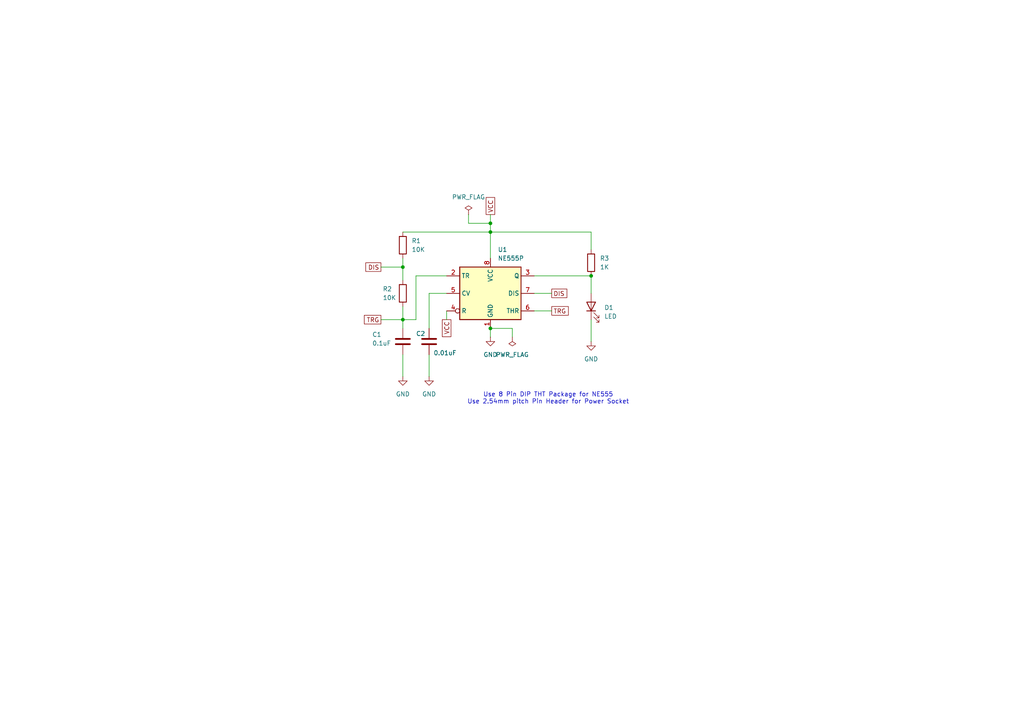
<source format=kicad_sch>
(kicad_sch (version 20250114) (generator "eeschema") (generator_version "9.0")
  (paper "A4")
  (lib_symbols
    (symbol "Device:C" (pin_numbers (hide yes)) (pin_names (offset 0.254))
      (property "Reference" "C" (at 0.635 2.54 0))
      (property "Value" "C" (at 0.635 -2.54 0))
      (symbol "C_0_1"
        (polyline (pts (xy -2.032 0.762) (xy 2.032 0.762)) (stroke (width 0.508)))
        (polyline (pts (xy -2.032 -0.762) (xy 2.032 -0.762)) (stroke (width 0.508)))
      )
      (symbol "C_1_1"
        (pin passive line (at 0 3.81 270) (length 2.794) (name "~") (number "1"))
        (pin passive line (at 0 -3.81 90) (length 2.794) (name "~") (number "2"))
      )
    )
    (symbol "Device:LED" (pin_numbers (hide yes)) (pin_names (offset 1.016) (hide yes))
      (property "Reference" "D" (at 0 2.54 0))
      (property "Value" "LED" (at 0 -2.54 0))
      (symbol "LED_0_1"
        (polyline (pts (xy -3.048 -0.762) (xy -4.572 -2.286) (xy -3.81 -2.286) (xy -4.572 -2.286) (xy -4.572 -1.524)))
        (polyline (pts (xy -1.778 -0.762) (xy -3.302 -2.286) (xy -2.54 -2.286) (xy -3.302 -2.286) (xy -3.302 -1.524)))
        (polyline (pts (xy -1.27 0) (xy 1.27 0)))
        (polyline (pts (xy -1.27 -1.27) (xy -1.27 1.27)) (stroke (width 0.254)))
        (polyline (pts (xy 1.27 -1.27) (xy 1.27 1.27) (xy -1.27 0) (xy 1.27 -1.27)) (stroke (width 0.254)))
      )
      (symbol "LED_1_1"
        (pin passive line (at -3.81 0 0) (length 2.54) (name "K") (number "1"))
        (pin passive line (at 3.81 0 180) (length 2.54) (name "A") (number "2"))
      )
    )
    (symbol "Device:R" (pin_numbers (hide yes)) (pin_names (offset 0))
      (property "Reference" "R" (at 2.032 0 90))
      (property "Value" "R" (at 0 0 90))
      (symbol "R_0_1"
        (rectangle (start -1.016 -2.54) (end 1.016 2.54) (stroke (width 0.254)))
      )
      (symbol "R_1_1"
        (pin passive line (at 0 3.81 270) (length 1.27) (name "~") (number "1"))
        (pin passive line (at 0 -3.81 90) (length 1.27) (name "~") (number "2"))
      )
    )
    (symbol "Timer:NE555P"
      (property "Reference" "U" (at -10.16 8.89 0))
      (property "Value" "NE555P" (at 2.54 8.89 0))
      (symbol "NE555P_0_0"
        (pin power_in line (at 0 10.16 270) (length 2.54) (name "VCC") (number "8"))
        (pin power_in line (at 0 -10.16 90) (length 2.54) (name "GND") (number "1"))
      )
      (symbol "NE555P_0_1"
        (rectangle (start -8.89 -7.62) (end 8.89 7.62) (stroke (width 0.254)) (fill (type background)))
        (rectangle (start -8.89 -7.62) (end 8.89 7.62) (stroke (width 0.254)) (fill (type background)))
      )
      (symbol "NE555P_1_1"
        (pin input line (at -12.7 5.08 0) (length 3.81) (name "TR") (number "2"))
        (pin input line (at -12.7 0 0) (length 3.81) (name "CV") (number "5"))
        (pin input inverted (at -12.7 -5.08 0) (length 3.81) (name "R") (number "4"))
        (pin output line (at 12.7 5.08 180) (length 3.81) (name "Q") (number "3"))
        (pin input line (at 12.7 0 180) (length 3.81) (name "DIS") (number "7"))
        (pin input line (at 12.7 -5.08 180) (length 3.81) (name "THR") (number "6"))
      )
    )
    (symbol "power:GND" (power) (pin_numbers (hide yes)) (pin_names (offset 0) (hide yes))
      (property "Value" "GND" (at 0 -3.81 0))
      (symbol "GND_0_1"
        (polyline (pts (xy 0 0) (xy 0 -1.27) (xy 1.27 -1.27) (xy 0 -2.54) (xy -1.27 -1.27) (xy 0 -1.27)))
      )
      (symbol "GND_1_1"
        (pin power_in line (at 0 0 270) (length 0) (name "~") (number "1"))
      )
    )
    (symbol "power:PWR_FLAG" (power) (pin_numbers (hide yes)) (pin_names (offset 0) (hide yes))
      (property "Value" "PWR_FLAG" (at 0 3.81 0))
      (symbol "PWR_FLAG_0_0"
        (pin power_out line (at 0 0 90) (length 0) (name "~") (number "1"))
      )
      (symbol "PWR_FLAG_0_1"
        (polyline (pts (xy 0 0) (xy 0 1.27) (xy -1.016 1.905) (xy 0 2.54) (xy 1.016 1.905) (xy 0 1.27)))
      )
    )
  )
  (text "Use 8 Pin DIP THT Package for NE555\nUse 2.54mm pitch Pin Header for Power Socket\n" (at 159.004 115.57 0) (effects (font (size 1.27 1.27))))
  (junction (at 142.24 95.25))
  (junction (at 142.24 64.77))
  (junction (at 116.84 77.47))
  (junction (at 142.24 67.31))
  (junction (at 116.84 92.71))
  (junction (at 171.45 80.01))
  (wire (pts (xy 142.24 64.77) (xy 142.24 67.31)))
  (wire (pts (xy 142.24 95.25) (xy 142.24 97.79)))
  (wire (pts (xy 116.84 67.31) (xy 142.24 67.31)))
  (wire (pts (xy 116.84 92.71) (xy 120.65 92.71)))
  (wire (pts (xy 135.89 64.77) (xy 142.24 64.77)))
  (wire (pts (xy 129.54 85.09) (xy 124.46 85.09)))
  (wire (pts (xy 124.46 85.09) (xy 124.46 95.25)))
  (wire (pts (xy 124.46 102.87) (xy 124.46 109.22)))
  (wire (pts (xy 154.94 85.09) (xy 160.02 85.09)))
  (wire (pts (xy 129.54 90.17) (xy 129.54 92.71)))
  (wire (pts (xy 171.45 80.01) (xy 171.45 85.09)))
  (wire (pts (xy 129.54 80.01) (xy 120.65 80.01)))
  (wire (pts (xy 142.24 62.23) (xy 142.24 64.77)))
  (wire (pts (xy 120.65 80.01) (xy 120.65 92.71)))
  (wire (pts (xy 154.94 90.17) (xy 160.02 90.17)))
  (wire (pts (xy 116.84 74.93) (xy 116.84 77.47)))
  (wire (pts (xy 142.24 67.31) (xy 171.45 67.31)))
  (wire (pts (xy 142.24 67.31) (xy 142.24 74.93)))
  (wire (pts (xy 171.45 72.39) (xy 171.45 67.31)))
  (wire (pts (xy 148.59 97.79) (xy 148.59 95.25)))
  (wire (pts (xy 148.59 95.25) (xy 142.24 95.25)))
  (wire (pts (xy 116.84 88.9) (xy 116.84 92.71)))
  (wire (pts (xy 116.84 77.47) (xy 116.84 81.28)))
  (wire (pts (xy 110.49 77.47) (xy 116.84 77.47)))
  (wire (pts (xy 171.45 92.71) (xy 171.45 99.06)))
  (wire (pts (xy 116.84 102.87) (xy 116.84 109.22)))
  (wire (pts (xy 135.89 62.23) (xy 135.89 64.77)))
  (wire (pts (xy 116.84 92.71) (xy 116.84 95.25)))
  (wire (pts (xy 110.49 92.71) (xy 116.84 92.71)))
  (wire (pts (xy 154.94 80.01) (xy 171.45 80.01)))
  (global_label "DIS" (shape passive) (at 110.49 77.47 180) (property "Intersheetrefs" "${INTERSHEET_REFS}" (effects (hide yes))))
  (global_label "VCC" (shape passive) (at 129.54 92.71 270) (property "Intersheetrefs" "${INTERSHEET_REFS}" (effects (hide yes))))
  (global_label "TRG" (shape passive) (at 110.49 92.71 180) (property "Intersheetrefs" "${INTERSHEET_REFS}" (effects (hide yes))))
  (global_label "VCC" (shape passive) (at 142.24 62.23 90) (property "Intersheetrefs" "${INTERSHEET_REFS}" (effects (hide yes))))
  (global_label "DIS" (shape passive) (at 160.02 85.09 0) (property "Intersheetrefs" "${INTERSHEET_REFS}" (effects (hide yes))))
  (global_label "TRG" (shape passive) (at 160.02 90.17 0) (property "Intersheetrefs" "${INTERSHEET_REFS}" (effects (hide yes))))
  (symbol (lib_id "power:PWR_FLAG") (at 148.59 97.79 180) (unit 1)
    (property "Reference" "#FLG02" (effects (hide yes)))
    (property "Value" "PWR_FLAG" (at 148.59 102.87 0))
    (property "Description" "Special symbol for telling ERC where power comes from" (effects (hide yes)))
  )
  (symbol (lib_id "power:GND") (at 124.46 109.22 0) (unit 1)
    (property "Reference" "#PWR05" (effects (hide yes)))
    (property "Value" "GND" (at 124.46 114.3 0))
    (property "Description" "Power symbol creates a global label with name \"GND\" , ground" (effects (hide yes)))
  )
  (symbol (lib_id "power:GND") (at 171.45 99.06 0) (unit 1)
    (property "Reference" "#PWR03" (effects (hide yes)))
    (property "Value" "GND" (at 171.45 104.14 0))
    (property "Description" "Power symbol creates a global label with name \"GND\" , ground" (effects (hide yes)))
  )
  (symbol (lib_id "Device:C") (at 124.46 99.06 0) (unit 1)
    (property "Reference" "C2" (at 120.65 96.774 0) (effects (justify left)))
    (property "Value" "0.01uF" (at 125.73 102.362 0) (effects (justify left)))
    (property "Footprint" "Capacitor_SMD:C_0603_1608Metric" (effects (hide yes)))
    (property "Description" "Unpolarized capacitor" (effects (hide yes)))
  )
  (symbol (lib_id "Device:R") (at 116.84 71.12 0) (unit 1)
    (property "Reference" "R1" (at 119.38 69.8499 0) (effects (justify left)))
    (property "Value" "10K" (at 119.38 72.3899 0) (effects (justify left)))
    (property "Footprint" "Resistor_SMD:R_0603_1608Metric" (effects (hide yes)))
    (property "Description" "Resistor" (effects (hide yes)))
  )
  (symbol (lib_id "power:PWR_FLAG") (at 135.89 62.23 0) (unit 1)
    (property "Reference" "#FLG01" (effects (hide yes)))
    (property "Value" "PWR_FLAG" (at 135.89 57.15 0))
    (property "Description" "Special symbol for telling ERC where power comes from" (effects (hide yes)))
  )
  (symbol (lib_id "Device:R") (at 116.84 85.09 0) (unit 1)
    (property "Reference" "R2" (at 110.998 83.82 0) (effects (justify left)))
    (property "Value" "10K" (at 110.998 86.36 0) (effects (justify left)))
    (property "Footprint" "Resistor_SMD:R_0603_1608Metric" (effects (hide yes)))
    (property "Description" "Resistor" (effects (hide yes)))
  )
  (symbol (lib_id "Device:C") (at 116.84 99.06 0) (unit 1)
    (property "Reference" "C1" (at 107.95 97.028 0) (effects (justify left)))
    (property "Value" "0.1uF" (at 107.95 99.568 0) (effects (justify left)))
    (property "Footprint" "Capacitor_SMD:C_0603_1608Metric" (effects (hide yes)))
    (property "Description" "Unpolarized capacitor" (effects (hide yes)))
  )
  (symbol (lib_id "power:GND") (at 116.84 109.22 0) (unit 1)
    (property "Reference" "#PWR02" (effects (hide yes)))
    (property "Value" "GND" (at 116.84 114.3 0))
    (property "Description" "Power symbol creates a global label with name \"GND\" , ground" (effects (hide yes)))
  )
  (symbol (lib_id "Device:LED") (at 171.45 88.9 90) (unit 1)
    (property "Reference" "D1" (at 175.26 89.2174 90) (effects (justify right)))
    (property "Value" "LED" (at 175.26 91.7574 90) (effects (justify right)))
    (property "Footprint" "LED_SMD:LED_0603_1608Metric" (effects (hide yes)))
    (property "Description" "Light emitting diode" (effects (hide yes)))
    (property "Sim.Pins" "1=K 2=A" (effects (hide yes)))
  )
  (symbol (lib_id "Device:R") (at 171.45 76.2 0) (unit 1)
    (property "Reference" "R3" (at 173.99 74.9299 0) (effects (justify left)))
    (property "Value" "1K" (at 173.99 77.4699 0) (effects (justify left)))
    (property "Footprint" "Resistor_SMD:R_0603_1608Metric" (effects (hide yes)))
    (property "Description" "Resistor" (effects (hide yes)))
  )
  (symbol (lib_id "Timer:NE555P") (at 142.24 85.09 0) (unit 1)
    (property "Reference" "U1" (at 144.3833 72.39 0) (effects (justify left)))
    (property "Value" "NE555P" (at 144.3833 74.93 0) (effects (justify left)))
    (property "Footprint" "Package_SO:SOP-8_3.76x4.96mm_P1.27mm" (effects (hide yes)))
    (property "Datasheet" "http://www.ti.com/lit/ds/symlink/ne555.pdf" (effects (hide yes)))
    (property "Description" "Precision Timers, 555 compatible,  PDIP-8" (effects (hide yes)))
  )
  (symbol (lib_id "power:GND") (at 142.24 97.79 0) (unit 1)
    (property "Reference" "#PWR01" (effects (hide yes)))
    (property "Value" "GND" (at 142.24 102.87 0))
    (property "Description" "Power symbol creates a global label with name \"GND\" , ground" (effects (hide yes)))
  )
)
</source>
